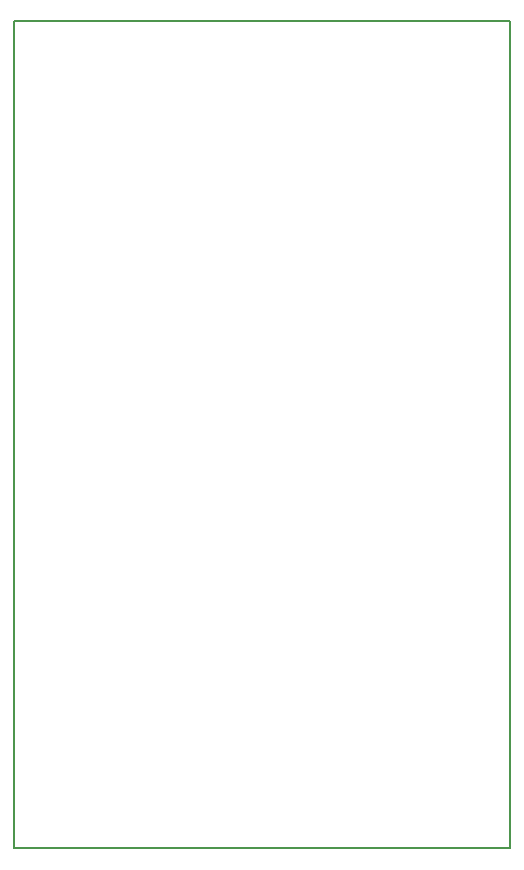
<source format=gbr>
%TF.GenerationSoftware,KiCad,Pcbnew,(6.0.9)*%
%TF.CreationDate,2023-02-20T20:31:07+03:00*%
%TF.ProjectId,ESP32_APRS,45535033-325f-4415-9052-532e6b696361,rev?*%
%TF.SameCoordinates,Original*%
%TF.FileFunction,Other,User*%
%FSLAX46Y46*%
G04 Gerber Fmt 4.6, Leading zero omitted, Abs format (unit mm)*
G04 Created by KiCad (PCBNEW (6.0.9)) date 2023-02-20 20:31:07*
%MOMM*%
%LPD*%
G01*
G04 APERTURE LIST*
%TA.AperFunction,Profile*%
%ADD10C,0.200000*%
%TD*%
G04 APERTURE END LIST*
D10*
X120000000Y-125000000D02*
X120000000Y-55000000D01*
X120000000Y-55000000D02*
X162000000Y-55000000D01*
X120000000Y-125000000D02*
X162000000Y-125000000D01*
X162052000Y-55000000D02*
X162000000Y-125000000D01*
M02*

</source>
